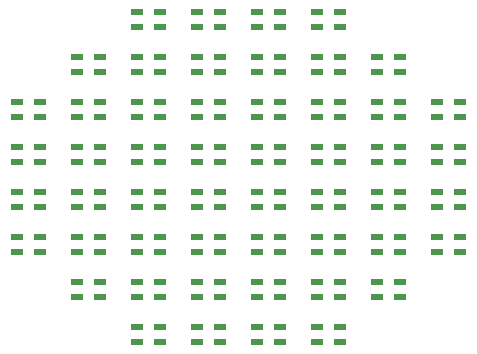
<source format=gtp>
G75*
%MOIN*%
%OFA0B0*%
%FSLAX25Y25*%
%IPPOS*%
%LPD*%
%AMOC8*
5,1,8,0,0,1.08239X$1,22.5*
%
%ADD10R,0.03937X0.02362*%
D10*
X0070409Y0051098D03*
X0070409Y0056217D03*
X0078087Y0056217D03*
X0078087Y0051098D03*
X0090409Y0051098D03*
X0090409Y0056217D03*
X0098087Y0056217D03*
X0098087Y0051098D03*
X0110409Y0051098D03*
X0118087Y0051098D03*
X0118087Y0056217D03*
X0110409Y0056217D03*
X0110409Y0066098D03*
X0118087Y0066098D03*
X0118087Y0071217D03*
X0110409Y0071217D03*
X0110409Y0081098D03*
X0110409Y0086217D03*
X0118087Y0086217D03*
X0118087Y0081098D03*
X0130409Y0081098D03*
X0130409Y0086217D03*
X0138087Y0086217D03*
X0138087Y0081098D03*
X0138087Y0071217D03*
X0130409Y0071217D03*
X0130409Y0066098D03*
X0138087Y0066098D03*
X0138087Y0056217D03*
X0130409Y0056217D03*
X0130409Y0051098D03*
X0138087Y0051098D03*
X0150409Y0066098D03*
X0150409Y0071217D03*
X0158087Y0071217D03*
X0158087Y0066098D03*
X0158087Y0081098D03*
X0158087Y0086217D03*
X0150409Y0086217D03*
X0150409Y0081098D03*
X0150409Y0096098D03*
X0150409Y0101217D03*
X0158087Y0101217D03*
X0158087Y0096098D03*
X0170409Y0096098D03*
X0170409Y0101217D03*
X0178087Y0101217D03*
X0178087Y0096098D03*
X0178087Y0086217D03*
X0178087Y0081098D03*
X0170409Y0081098D03*
X0170409Y0086217D03*
X0138087Y0096098D03*
X0138087Y0101217D03*
X0130409Y0101217D03*
X0130409Y0096098D03*
X0118087Y0096098D03*
X0118087Y0101217D03*
X0110409Y0101217D03*
X0110409Y0096098D03*
X0098087Y0096098D03*
X0098087Y0101217D03*
X0090409Y0101217D03*
X0090409Y0096098D03*
X0078087Y0096098D03*
X0078087Y0101217D03*
X0070409Y0101217D03*
X0070409Y0096098D03*
X0058087Y0096098D03*
X0058087Y0101217D03*
X0050409Y0101217D03*
X0050409Y0096098D03*
X0038087Y0096098D03*
X0038087Y0101217D03*
X0030409Y0101217D03*
X0030409Y0096098D03*
X0030409Y0086217D03*
X0030409Y0081098D03*
X0038087Y0081098D03*
X0038087Y0086217D03*
X0050409Y0086217D03*
X0050409Y0081098D03*
X0058087Y0081098D03*
X0058087Y0086217D03*
X0070409Y0086217D03*
X0070409Y0081098D03*
X0078087Y0081098D03*
X0078087Y0086217D03*
X0090409Y0086217D03*
X0090409Y0081098D03*
X0098087Y0081098D03*
X0098087Y0086217D03*
X0098087Y0071217D03*
X0098087Y0066098D03*
X0090409Y0066098D03*
X0090409Y0071217D03*
X0078087Y0071217D03*
X0078087Y0066098D03*
X0070409Y0066098D03*
X0070409Y0071217D03*
X0058087Y0071217D03*
X0050409Y0071217D03*
X0050409Y0066098D03*
X0058087Y0066098D03*
X0058087Y0111098D03*
X0058087Y0116217D03*
X0050409Y0116217D03*
X0050409Y0111098D03*
X0038087Y0111098D03*
X0038087Y0116217D03*
X0030409Y0116217D03*
X0030409Y0111098D03*
X0030409Y0126098D03*
X0030409Y0131217D03*
X0038087Y0131217D03*
X0038087Y0126098D03*
X0050409Y0126098D03*
X0058087Y0126098D03*
X0058087Y0131217D03*
X0050409Y0131217D03*
X0050409Y0141098D03*
X0058087Y0141098D03*
X0058087Y0146217D03*
X0050409Y0146217D03*
X0070409Y0146217D03*
X0070409Y0141098D03*
X0078087Y0141098D03*
X0078087Y0146217D03*
X0078087Y0156098D03*
X0078087Y0161217D03*
X0070409Y0161217D03*
X0070409Y0156098D03*
X0090409Y0156098D03*
X0090409Y0161217D03*
X0098087Y0161217D03*
X0098087Y0156098D03*
X0098087Y0146217D03*
X0098087Y0141098D03*
X0090409Y0141098D03*
X0090409Y0146217D03*
X0090409Y0131217D03*
X0090409Y0126098D03*
X0098087Y0126098D03*
X0098087Y0131217D03*
X0110409Y0131217D03*
X0118087Y0131217D03*
X0118087Y0126098D03*
X0110409Y0126098D03*
X0110409Y0116217D03*
X0110409Y0111098D03*
X0118087Y0111098D03*
X0118087Y0116217D03*
X0130409Y0116217D03*
X0130409Y0111098D03*
X0138087Y0111098D03*
X0138087Y0116217D03*
X0138087Y0126098D03*
X0130409Y0126098D03*
X0130409Y0131217D03*
X0138087Y0131217D03*
X0138087Y0141098D03*
X0130409Y0141098D03*
X0130409Y0146217D03*
X0138087Y0146217D03*
X0138087Y0156098D03*
X0138087Y0161217D03*
X0130409Y0161217D03*
X0130409Y0156098D03*
X0118087Y0156098D03*
X0118087Y0161217D03*
X0110409Y0161217D03*
X0110409Y0156098D03*
X0110409Y0146217D03*
X0118087Y0146217D03*
X0118087Y0141098D03*
X0110409Y0141098D03*
X0098087Y0116217D03*
X0098087Y0111098D03*
X0090409Y0111098D03*
X0090409Y0116217D03*
X0078087Y0116217D03*
X0078087Y0111098D03*
X0070409Y0111098D03*
X0070409Y0116217D03*
X0070409Y0126098D03*
X0070409Y0131217D03*
X0078087Y0131217D03*
X0078087Y0126098D03*
X0150409Y0126098D03*
X0150409Y0131217D03*
X0158087Y0131217D03*
X0158087Y0126098D03*
X0158087Y0116217D03*
X0158087Y0111098D03*
X0150409Y0111098D03*
X0150409Y0116217D03*
X0170409Y0116217D03*
X0170409Y0111098D03*
X0178087Y0111098D03*
X0178087Y0116217D03*
X0178087Y0126098D03*
X0170409Y0126098D03*
X0170409Y0131217D03*
X0178087Y0131217D03*
X0158087Y0141098D03*
X0158087Y0146217D03*
X0150409Y0146217D03*
X0150409Y0141098D03*
M02*

</source>
